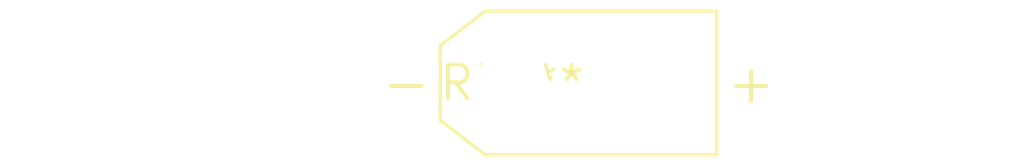
<source format=kicad_pcb>
(kicad_pcb (version 20240108) (generator pcbnew)
  (layers (0 "F.Cu" signal) (31 "B.Cu" signal) (34 "B.Paste" user) (35 "F.Paste" user) (36 "B.SilkS" user "B.Silkscreen") (37 "F.SilkS" user "F.Silkscreen") (38 "B.Mask" user) (39 "F.Mask" user) (44 "Edge.Cuts" user))
  (net 0 "")
  (footprint "AMASS_XT30U-M_1x02_P5.0mm_Vertical" (layer "F.Cu") (at 0 0)
    (property "Reference" "REF**")
    (property "Value" "AMASS_XT30U-M_1x02_P5.0mm_Vertical")
    (fp_line (start -2.71 -1.41) (end -2.71 1.41) (layer "F.SilkS") (stroke (width 0.12)))
    (fp_line (start -2.71 -1.41) (end -1.01 -2.71) (layer "F.SilkS") (stroke (width 0.12)))
    (fp_line (start -2.71 1.41) (end -1.01 2.71) (layer "F.SilkS") (stroke (width 0.12)))
    (fp_line (start -1.01 -2.71) (end 7.71 -2.71) (layer "F.SilkS") (stroke (width 0.12)))
    (fp_line (start -1.01 2.71) (end 7.71 2.71) (layer "F.SilkS") (stroke (width 0.12)))
    (fp_line (start 7.71 -2.71) (end 7.71 2.71) (layer "F.SilkS") (stroke (width 0.12)))
    (fp_text user "+" (at 9 0 0) (layer "F.SilkS") (effects (font (size 1.5 1.5))))
    (fp_text user "-" (at -4 0 0) (layer "F.SilkS") (effects (font (size 1.5 1.5))))
    (pad "1" thru_hole rect (at 0 0) (size 3.8 3.8) (drill 2.7) (layers *.Cu *.Mask) (remove_unused_layers))
    (pad "2" thru_hole circle (at 5 0) (size 3.8 3.8) (drill 2.7) (layers *.Cu *.Mask) (remove_unused_layers))
  )
)
</source>
